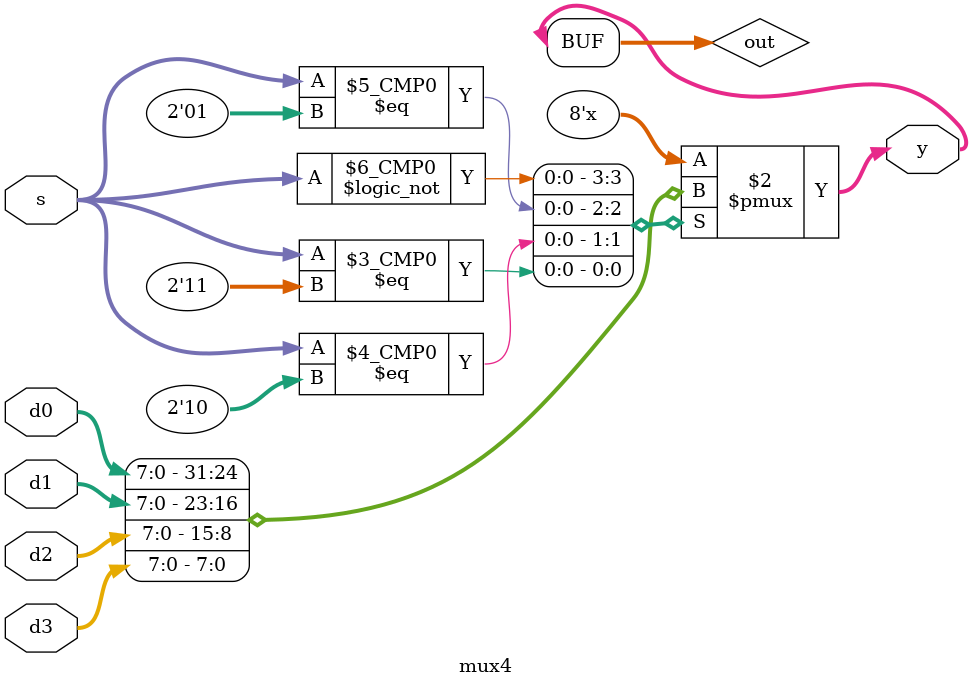
<source format=v>
`timescale 1ns / 1ps

module mux4 #(parameter WIDTH = 8)(
	input wire[WIDTH-1:0] d0,d1,d2,d3,
	input wire[1:0] s,
	output wire[WIDTH-1:0] y
    );
    reg[WIDTH-1:0] out;
    always @(*)begin
        case(s)
            2'b00: out <= d0;
            2'b01: out <= d1;
            2'b10: out <= d2;
            2'b11: out <= d3;
        endcase
    end
    assign y = out;
endmodule

</source>
